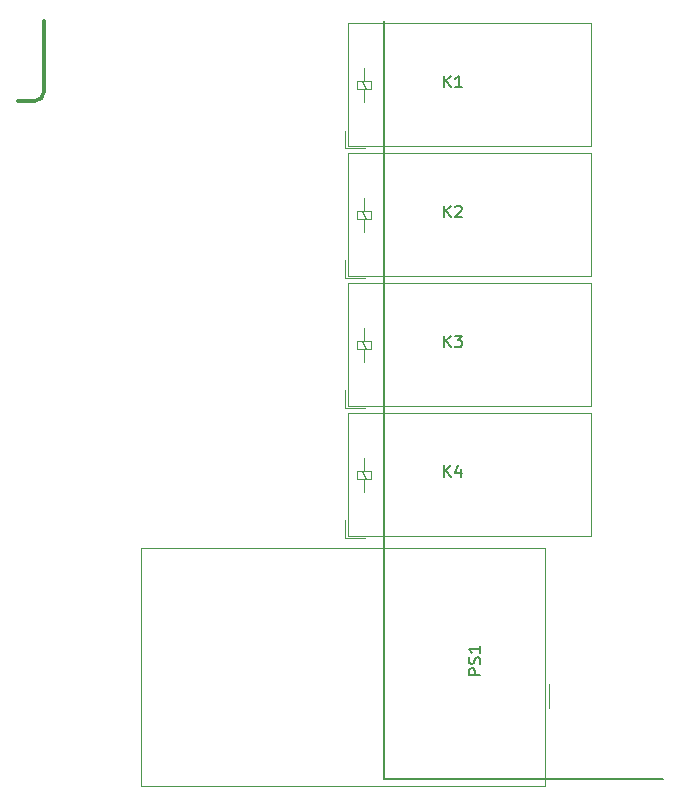
<source format=gbr>
G04 #@! TF.GenerationSoftware,KiCad,Pcbnew,(5.99.0-1932-g3091bb145)*
G04 #@! TF.CreationDate,2020-07-21T07:54:25+02:00*
G04 #@! TF.ProjectId,RESTfan,52455354-6661-46e2-9e6b-696361645f70,rev?*
G04 #@! TF.SameCoordinates,Original*
G04 #@! TF.FileFunction,Legend,Top*
G04 #@! TF.FilePolarity,Positive*
%FSLAX46Y46*%
G04 Gerber Fmt 4.6, Leading zero omitted, Abs format (unit mm)*
G04 Created by KiCad (PCBNEW (5.99.0-1932-g3091bb145)) date 2020-07-21 07:54:25*
%MOMM*%
%LPD*%
G01*
G04 APERTURE LIST*
%ADD10C,0.200000*%
%ADD11C,0.300000*%
%ADD12C,0.150000*%
%ADD13C,0.120000*%
G04 APERTURE END LIST*
D10*
X81200000Y-93000000D02*
X81200000Y-28800000D01*
X104800000Y-93000000D02*
X81200000Y-93000000D01*
D11*
X52400000Y-34800000D02*
G75*
G02*
X51600000Y-35600000I-800000J0D01*
G01*
X52400000Y-28800000D02*
X52400000Y-34800000D01*
X50200000Y-35600000D02*
X51600000Y-35600000D01*
D12*
X89352380Y-84214285D02*
X88352380Y-84214285D01*
X88352380Y-83833333D01*
X88400000Y-83738095D01*
X88447619Y-83690476D01*
X88542857Y-83642857D01*
X88685714Y-83642857D01*
X88780952Y-83690476D01*
X88828571Y-83738095D01*
X88876190Y-83833333D01*
X88876190Y-84214285D01*
X89304761Y-83261904D02*
X89352380Y-83119047D01*
X89352380Y-82880952D01*
X89304761Y-82785714D01*
X89257142Y-82738095D01*
X89161904Y-82690476D01*
X89066666Y-82690476D01*
X88971428Y-82738095D01*
X88923809Y-82785714D01*
X88876190Y-82880952D01*
X88828571Y-83071428D01*
X88780952Y-83166666D01*
X88733333Y-83214285D01*
X88638095Y-83261904D01*
X88542857Y-83261904D01*
X88447619Y-83214285D01*
X88400000Y-83166666D01*
X88352380Y-83071428D01*
X88352380Y-82833333D01*
X88400000Y-82690476D01*
X89352380Y-81738095D02*
X89352380Y-82309523D01*
X89352380Y-82023809D02*
X88352380Y-82023809D01*
X88495238Y-82119047D01*
X88590476Y-82214285D01*
X88638095Y-82309523D01*
X86261904Y-67452380D02*
X86261904Y-66452380D01*
X86833333Y-67452380D02*
X86404761Y-66880952D01*
X86833333Y-66452380D02*
X86261904Y-67023809D01*
X87690476Y-66785714D02*
X87690476Y-67452380D01*
X87452380Y-66404761D02*
X87214285Y-67119047D01*
X87833333Y-67119047D01*
X86261904Y-56452380D02*
X86261904Y-55452380D01*
X86833333Y-56452380D02*
X86404761Y-55880952D01*
X86833333Y-55452380D02*
X86261904Y-56023809D01*
X87166666Y-55452380D02*
X87785714Y-55452380D01*
X87452380Y-55833333D01*
X87595238Y-55833333D01*
X87690476Y-55880952D01*
X87738095Y-55928571D01*
X87785714Y-56023809D01*
X87785714Y-56261904D01*
X87738095Y-56357142D01*
X87690476Y-56404761D01*
X87595238Y-56452380D01*
X87309523Y-56452380D01*
X87214285Y-56404761D01*
X87166666Y-56357142D01*
X86261904Y-45452380D02*
X86261904Y-44452380D01*
X86833333Y-45452380D02*
X86404761Y-44880952D01*
X86833333Y-44452380D02*
X86261904Y-45023809D01*
X87214285Y-44547619D02*
X87261904Y-44500000D01*
X87357142Y-44452380D01*
X87595238Y-44452380D01*
X87690476Y-44500000D01*
X87738095Y-44547619D01*
X87785714Y-44642857D01*
X87785714Y-44738095D01*
X87738095Y-44880952D01*
X87166666Y-45452380D01*
X87785714Y-45452380D01*
X86261904Y-34452380D02*
X86261904Y-33452380D01*
X86833333Y-34452380D02*
X86404761Y-33880952D01*
X86833333Y-33452380D02*
X86261904Y-34023809D01*
X87785714Y-34452380D02*
X87214285Y-34452380D01*
X87500000Y-34452380D02*
X87500000Y-33452380D01*
X87404761Y-33595238D01*
X87309523Y-33690476D01*
X87214285Y-33738095D01*
D13*
X95190000Y-87000000D02*
X95190000Y-84990000D01*
X60600000Y-93600000D02*
X94800000Y-93600000D01*
X60600000Y-73400000D02*
X60600000Y-93600000D01*
X94800000Y-73400000D02*
X60600000Y-73400000D01*
X94800000Y-93600000D02*
X94800000Y-73400000D01*
X78900000Y-66900000D02*
X78900000Y-67600000D01*
X80100000Y-66900000D02*
X78900000Y-66900000D01*
X80100000Y-67600000D02*
X80100000Y-66900000D01*
X78900000Y-67600000D02*
X80100000Y-67600000D01*
X79700000Y-67600000D02*
X79300000Y-66900000D01*
X79500000Y-66900000D02*
X79500000Y-65800000D01*
X79500000Y-67600000D02*
X79500000Y-68700000D01*
X98700000Y-62000000D02*
X98700000Y-72400000D01*
X78100000Y-62000000D02*
X98700000Y-62000000D01*
X78100000Y-72400000D02*
X78100000Y-62000000D01*
X98700000Y-72400000D02*
X78100000Y-72400000D01*
X77900000Y-72600000D02*
X77900000Y-71100000D01*
X79600000Y-72600000D02*
X77900000Y-72600000D01*
X78900000Y-55900000D02*
X78900000Y-56600000D01*
X80100000Y-55900000D02*
X78900000Y-55900000D01*
X80100000Y-56600000D02*
X80100000Y-55900000D01*
X78900000Y-56600000D02*
X80100000Y-56600000D01*
X79700000Y-56600000D02*
X79300000Y-55900000D01*
X79500000Y-55900000D02*
X79500000Y-54800000D01*
X79500000Y-56600000D02*
X79500000Y-57700000D01*
X98700000Y-51000000D02*
X98700000Y-61400000D01*
X78100000Y-51000000D02*
X98700000Y-51000000D01*
X78100000Y-61400000D02*
X78100000Y-51000000D01*
X98700000Y-61400000D02*
X78100000Y-61400000D01*
X77900000Y-61600000D02*
X77900000Y-60100000D01*
X79600000Y-61600000D02*
X77900000Y-61600000D01*
X78900000Y-44900000D02*
X78900000Y-45600000D01*
X80100000Y-44900000D02*
X78900000Y-44900000D01*
X80100000Y-45600000D02*
X80100000Y-44900000D01*
X78900000Y-45600000D02*
X80100000Y-45600000D01*
X79700000Y-45600000D02*
X79300000Y-44900000D01*
X79500000Y-44900000D02*
X79500000Y-43800000D01*
X79500000Y-45600000D02*
X79500000Y-46700000D01*
X98700000Y-40000000D02*
X98700000Y-50400000D01*
X78100000Y-40000000D02*
X98700000Y-40000000D01*
X78100000Y-50400000D02*
X78100000Y-40000000D01*
X98700000Y-50400000D02*
X78100000Y-50400000D01*
X77900000Y-50600000D02*
X77900000Y-49100000D01*
X79600000Y-50600000D02*
X77900000Y-50600000D01*
X78900000Y-33900000D02*
X78900000Y-34600000D01*
X80100000Y-33900000D02*
X78900000Y-33900000D01*
X80100000Y-34600000D02*
X80100000Y-33900000D01*
X78900000Y-34600000D02*
X80100000Y-34600000D01*
X79700000Y-34600000D02*
X79300000Y-33900000D01*
X79500000Y-33900000D02*
X79500000Y-32800000D01*
X79500000Y-34600000D02*
X79500000Y-35700000D01*
X98700000Y-29000000D02*
X98700000Y-39400000D01*
X78100000Y-29000000D02*
X98700000Y-29000000D01*
X78100000Y-39400000D02*
X78100000Y-29000000D01*
X98700000Y-39400000D02*
X78100000Y-39400000D01*
X77900000Y-39600000D02*
X77900000Y-38100000D01*
X79600000Y-39600000D02*
X77900000Y-39600000D01*
M02*

</source>
